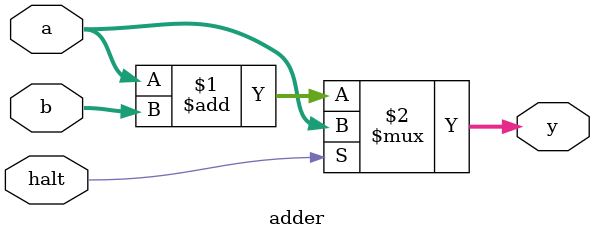
<source format=sv>
`timescale 1ns / 1ps

module adder #(
    parameter WIDTH = 8
) (
    input  logic [WIDTH-1:0] a,
    b,
    input logic halt,
    output logic [WIDTH-1:0] y
);

  assign y = halt ? a : a + b;

endmodule

</source>
